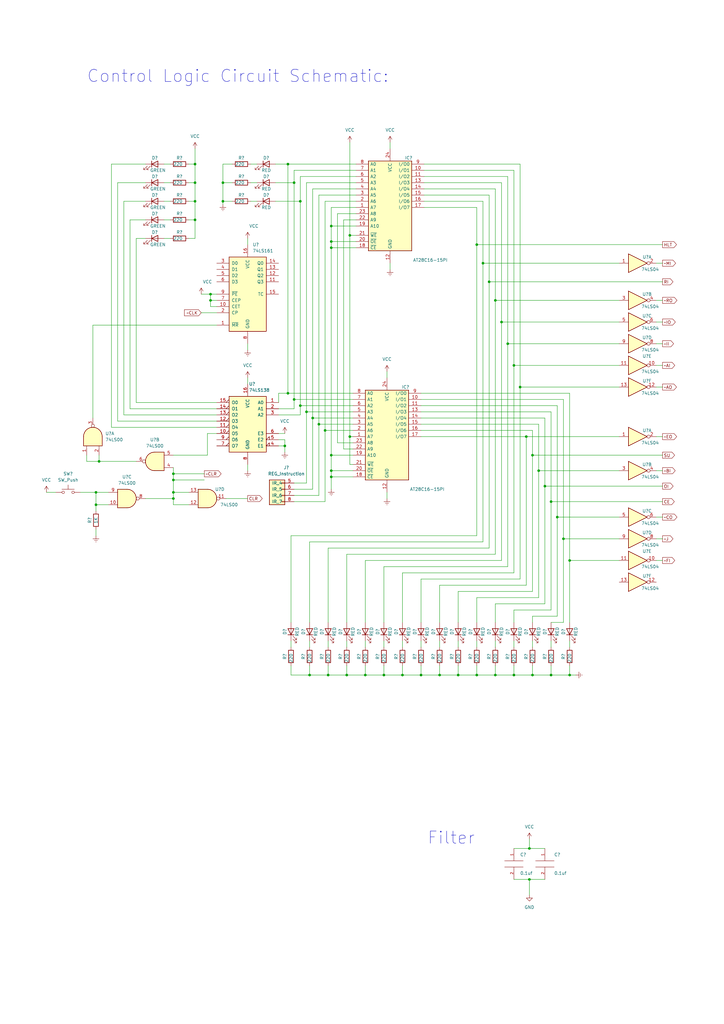
<source format=kicad_sch>
(kicad_sch (version 20211123) (generator eeschema)
  (paper "A3" portrait)
  (lib_symbols
    (symbol "74xx:74LS00" (pin_names (offset 1.016))
      (property "Reference" "U" (at 0 1.27 0))
      (property "Value" "74LS00" (at 0 -1.27 0))
      (symbol "74LS00_1_1"
        (pin input line (at -7.62 2.54 0) (length 3.81) (name "~") (number "1"))
        (pin input line (at -7.62 -2.54 0) (length 3.81) (name "~") (number "2"))
        (pin output inverted (at 7.62 0 180) (length 3.81) (name "~") (number "3"))
      )
      (symbol "74LS00_1_2"
        (pin input inverted (at -7.62 2.54 0) (length 4.318) (name "~") (number "1"))
        (pin input inverted (at -7.62 -2.54 0) (length 4.318) (name "~") (number "2"))
        (pin output line (at 7.62 0 180) (length 3.81) (name "~") (number "3"))
      )
      (symbol "74LS00_2_1"
        (pin input line (at -7.62 2.54 0) (length 3.81) (name "~") (number "4"))
        (pin input line (at -7.62 -2.54 0) (length 3.81) (name "~") (number "5"))
        (pin output inverted (at 7.62 0 180) (length 3.81) (name "~") (number "6"))
      )
      (symbol "74LS00_2_2"
        (pin input inverted (at -7.62 2.54 0) (length 4.318) (name "~") (number "4"))
        (pin input inverted (at -7.62 -2.54 0) (length 4.318) (name "~") (number "5"))
        (pin output line (at 7.62 0 180) (length 3.81) (name "~") (number "6"))
      )
      (symbol "74LS00_3_1"
        (pin input line (at -7.62 -2.54 0) (length 3.81) (name "~") (number "10"))
        (pin output inverted (at 7.62 0 180) (length 3.81) (name "~") (number "8"))
        (pin input line (at -7.62 2.54 0) (length 3.81) (name "~") (number "9"))
      )
      (symbol "74LS00_3_2"
        (pin input inverted (at -7.62 -2.54 0) (length 4.318) (name "~") (number "10"))
        (pin output line (at 7.62 0 180) (length 3.81) (name "~") (number "8"))
        (pin input inverted (at -7.62 2.54 0) (length 4.318) (name "~") (number "9"))
      )
      (symbol "74LS00_4_1"
        (pin output inverted (at 7.62 0 180) (length 3.81) (name "~") (number "11"))
        (pin input line (at -7.62 2.54 0) (length 3.81) (name "~") (number "12"))
        (pin input line (at -7.62 -2.54 0) (length 3.81) (name "~") (number "13"))
      )
      (symbol "74LS00_4_2"
        (pin output line (at 7.62 0 180) (length 3.81) (name "~") (number "11"))
        (pin input inverted (at -7.62 2.54 0) (length 4.318) (name "~") (number "12"))
        (pin input inverted (at -7.62 -2.54 0) (length 4.318) (name "~") (number "13"))
      )
      (symbol "74LS00_5_0"
        (pin power_in line (at 0 12.7 270) (length 5.08) (name "VCC") (number "14"))
        (pin power_in line (at 0 -12.7 90) (length 5.08) (name "GND") (number "7"))
      )
    )
    (symbol "74xx:74LS04"
      (property "Reference" "U" (at 0 1.27 0))
      (property "Value" "74LS04" (at 0 -1.27 0))
      (symbol "74LS04_1_0"
        (pin input line (at -7.62 0 0) (length 3.81) (name "~") (number "1"))
        (pin output inverted (at 7.62 0 180) (length 3.81) (name "~") (number "2"))
      )
      (symbol "74LS04_2_0"
        (pin input line (at -7.62 0 0) (length 3.81) (name "~") (number "3"))
        (pin output inverted (at 7.62 0 180) (length 3.81) (name "~") (number "4"))
      )
      (symbol "74LS04_3_0"
        (pin input line (at -7.62 0 0) (length 3.81) (name "~") (number "5"))
        (pin output inverted (at 7.62 0 180) (length 3.81) (name "~") (number "6"))
      )
      (symbol "74LS04_4_0"
        (pin output inverted (at 7.62 0 180) (length 3.81) (name "~") (number "8"))
        (pin input line (at -7.62 0 0) (length 3.81) (name "~") (number "9"))
      )
      (symbol "74LS04_5_0"
        (pin output inverted (at 7.62 0 180) (length 3.81) (name "~") (number "10"))
        (pin input line (at -7.62 0 0) (length 3.81) (name "~") (number "11"))
      )
      (symbol "74LS04_6_0"
        (pin output inverted (at 7.62 0 180) (length 3.81) (name "~") (number "12"))
        (pin input line (at -7.62 0 0) (length 3.81) (name "~") (number "13"))
      )
      (symbol "74LS04_7_0"
        (pin power_in line (at 0 12.7 270) (length 5.08) (name "VCC") (number "14"))
        (pin power_in line (at 0 -12.7 90) (length 5.08) (name "GND") (number "7"))
      )
    )
    (symbol "74xx:74LS138" (pin_names (offset 1.016))
      (property "Reference" "U" (at -7.62 11.43 0))
      (property "Value" "74LS138" (at -7.62 -13.97 0))
      (symbol "74LS138_1_0"
        (pin input line (at -12.7 7.62 0) (length 5.08) (name "A0") (number "1"))
        (pin output output_low (at 12.7 -5.08 180) (length 5.08) (name "O5") (number "10"))
        (pin output output_low (at 12.7 -2.54 180) (length 5.08) (name "O4") (number "11"))
        (pin output output_low (at 12.7 0 180) (length 5.08) (name "O3") (number "12"))
        (pin output output_low (at 12.7 2.54 180) (length 5.08) (name "O2") (number "13"))
        (pin output output_low (at 12.7 5.08 180) (length 5.08) (name "O1") (number "14"))
        (pin output output_low (at 12.7 7.62 180) (length 5.08) (name "O0") (number "15"))
        (pin power_in line (at 0 15.24 270) (length 5.08) (name "VCC") (number "16"))
        (pin input line (at -12.7 5.08 0) (length 5.08) (name "A1") (number "2"))
        (pin input line (at -12.7 2.54 0) (length 5.08) (name "A2") (number "3"))
        (pin input input_low (at -12.7 -10.16 0) (length 5.08) (name "E1") (number "4"))
        (pin input input_low (at -12.7 -7.62 0) (length 5.08) (name "E2") (number "5"))
        (pin input line (at -12.7 -5.08 0) (length 5.08) (name "E3") (number "6"))
        (pin output output_low (at 12.7 -10.16 180) (length 5.08) (name "O7") (number "7"))
        (pin power_in line (at 0 -17.78 90) (length 5.08) (name "GND") (number "8"))
        (pin output output_low (at 12.7 -7.62 180) (length 5.08) (name "O6") (number "9"))
      )
    )
    (symbol "74xx:74LS161" (pin_names (offset 1.016))
      (property "Reference" "U" (at -7.62 16.51 0))
      (property "Value" "74LS161" (at -7.62 -16.51 0))
      (symbol "74LS161_1_0"
        (pin input line (at -12.7 -12.7 0) (length 5.08) (name "~{MR}") (number "1"))
        (pin input line (at -12.7 -5.08 0) (length 5.08) (name "CET") (number "10"))
        (pin output line (at 12.7 5.08 180) (length 5.08) (name "Q3") (number "11"))
        (pin output line (at 12.7 7.62 180) (length 5.08) (name "Q2") (number "12"))
        (pin output line (at 12.7 10.16 180) (length 5.08) (name "Q1") (number "13"))
        (pin output line (at 12.7 12.7 180) (length 5.08) (name "Q0") (number "14"))
        (pin output line (at 12.7 0 180) (length 5.08) (name "TC") (number "15"))
        (pin power_in line (at 0 20.32 270) (length 5.08) (name "VCC") (number "16"))
        (pin input line (at -12.7 -7.62 0) (length 5.08) (name "CP") (number "2"))
        (pin input line (at -12.7 12.7 0) (length 5.08) (name "D0") (number "3"))
        (pin input line (at -12.7 10.16 0) (length 5.08) (name "D1") (number "4"))
        (pin input line (at -12.7 7.62 0) (length 5.08) (name "D2") (number "5"))
        (pin input line (at -12.7 5.08 0) (length 5.08) (name "D3") (number "6"))
        (pin input line (at -12.7 -2.54 0) (length 5.08) (name "CEP") (number "7"))
        (pin power_in line (at 0 -20.32 90) (length 5.08) (name "GND") (number "8"))
        (pin input line (at -12.7 0 0) (length 5.08) (name "~{PE}") (number "9"))
      )
    )
    (symbol "Device:LED" (pin_numbers hide) (pin_names (offset 1.016) hide)
      (property "Reference" "D" (at 0 2.54 0))
      (property "Value" "LED" (at 0 -2.54 0))
      (symbol "LED_1_1"
        (pin passive line (at -3.81 0 0) (length 2.54) (name "K") (number "1"))
        (pin passive line (at 3.81 0 180) (length 2.54) (name "A") (number "2"))
      )
    )
    (symbol "Device:R" (pin_numbers hide) (pin_names (offset 0))
      (property "Reference" "R" (at 2.032 0 90))
      (property "Value" "R" (at 0 0 90))
      (symbol "R_1_1"
        (pin passive line (at 0 3.81 270) (length 1.27) (name "~") (number "1"))
        (pin passive line (at 0 -3.81 90) (length 1.27) (name "~") (number "2"))
      )
    )
    (symbol "Register_A_Library:REG_A" (pin_names (offset 1.016))
      (property "Reference" "J?" (at -1.905 3.81 0))
      (property "Value" "REG_Instruction" (at -1.905 1.27 0))
      (symbol "REG_A_1_1"
        (pin passive line (at -5.08 -2.54 0) (length 3.81) (name "IR_4") (number "5"))
        (pin passive line (at -5.08 -5.08 0) (length 3.81) (name "IR_5") (number "6"))
        (pin passive line (at -5.08 -7.62 0) (length 3.81) (name "IR_6") (number "7"))
        (pin passive line (at -5.08 -10.16 0) (length 3.81) (name "IR_7") (number "8"))
      )
    )
    (symbol "SamacSys_Parts:AT28C16-15PI" (pin_names (offset 0.762))
      (property "Reference" "IC?" (at -1.27 3.81 0))
      (property "Value" "AT28C16-15PI" (at 7.62 -38.1 0))
      (symbol "AT28C16-15PI_0_0"
        (pin passive line (at -22.86 -16.51 0) (length 5.08) (name "A7") (number "1"))
        (pin passive line (at 5.08 -1.27 180) (length 5.08) (name "I/O1") (number "10"))
        (pin passive line (at 5.08 -3.81 180) (length 5.08) (name "I/O2") (number "11"))
        (pin passive line (at -8.89 -39.37 90) (length 5.08) (name "GND") (number "12"))
        (pin passive line (at 5.08 -6.35 180) (length 5.08) (name "I/O3") (number "13"))
        (pin passive line (at 5.08 -8.89 180) (length 5.08) (name "I/O4") (number "14"))
        (pin passive line (at 5.08 -11.43 180) (length 5.08) (name "I/O5") (number "15"))
        (pin passive line (at 5.08 -13.97 180) (length 5.08) (name "I/O6") (number "16"))
        (pin passive line (at 5.08 -16.51 180) (length 5.08) (name "I/O7") (number "17"))
        (pin passive line (at -22.86 -33.02 0) (length 5.08) (name "~{CE}") (number "18"))
        (pin passive line (at -22.86 -24.13 0) (length 5.08) (name "A10") (number "19"))
        (pin passive line (at -22.86 -13.97 0) (length 5.08) (name "A6") (number "2"))
        (pin passive line (at -22.86 -30.48 0) (length 5.08) (name "~{OE}") (number "20"))
        (pin passive line (at -22.86 -27.94 0) (length 5.08) (name "~{WE}") (number "21"))
        (pin passive line (at -22.86 -21.59 0) (length 5.08) (name "A9") (number "22"))
        (pin passive line (at -22.86 -19.05 0) (length 5.08) (name "A8") (number "23"))
        (pin passive line (at -8.89 7.62 270) (length 5.08) (name "VCC") (number "24"))
        (pin passive line (at -22.86 -11.43 0) (length 5.08) (name "A5") (number "3"))
        (pin passive line (at -22.86 -8.89 0) (length 5.08) (name "A4") (number "4"))
        (pin passive line (at -22.86 -6.35 0) (length 5.08) (name "A3") (number "5"))
        (pin passive line (at -22.86 -3.81 0) (length 5.08) (name "A2") (number "6"))
        (pin passive line (at -22.86 -1.27 0) (length 5.08) (name "A1") (number "7"))
        (pin passive line (at -22.86 1.27 0) (length 5.08) (name "A0") (number "8"))
        (pin passive line (at 5.08 1.27 180) (length 5.08) (name "I/O0") (number "9"))
      )
    )
    (symbol "Switch:SW_Push" (pin_numbers hide) (pin_names (offset 1.016) hide)
      (property "Reference" "SW" (at 1.27 2.54 0))
      (property "Value" "SW_Push" (at 0 -1.524 0))
      (symbol "SW_Push_0_1"
        (pin passive line (at -5.08 0 0) (length 2.54) (name "1") (number "1"))
        (pin passive line (at 5.08 0 180) (length 2.54) (name "2") (number "2"))
      )
    )
    (symbol "power:Earth" (power) (pin_names (offset 0))
      (symbol "Earth_1_1"
        (pin power_in line (at 0 0 270) (length 0) hide (name "Earth") (number "1"))
      )
    )
    (symbol "power:GND" (power) (pin_names (offset 0))
      (property "Value" "GND" (at 0 -3.81 0))
      (symbol "GND_1_1"
        (pin power_in line (at 0 0 270) (length 0) hide (name "GND") (number "1"))
      )
    )
    (symbol "power:VCC" (power) (pin_names (offset 0))
      (property "Value" "VCC" (at 0 3.81 0))
      (symbol "VCC_1_1"
        (pin power_in line (at 0 0 90) (length 0) hide (name "VCC") (number "1"))
      )
    )
    (symbol "pspice:CAP" (pin_names (offset 0.254))
      (property "Reference" "C" (at 2.54 3.81 90))
      (property "Value" "CAP" (at 2.54 -3.81 90))
      (symbol "CAP_1_1"
        (pin passive line (at 0 6.35 270) (length 5.08) (name "~") (number "1"))
        (pin passive line (at 0 -6.35 90) (length 5.08) (name "~") (number "2"))
      )
    )
  )
  (junction (at 71.12 194.31))
  (junction (at 71.12 196.85))
  (junction (at 133.35 176.53))
  (junction (at 231.14 220.98))
  (junction (at 218.44 186.69))
  (junction (at 165.1 276.86))
  (junction (at 135.89 186.69))
  (junction (at 203.2 276.86))
  (junction (at 118.11 161.29))
  (junction (at 135.89 193.04))
  (junction (at 220.98 193.04))
  (junction (at 149.86 276.86))
  (junction (at 217.17 347.98))
  (junction (at 198.12 107.95))
  (junction (at 135.89 99.06))
  (junction (at 123.19 82.55))
  (junction (at 128.27 171.45))
  (junction (at 86.36 123.19))
  (junction (at 226.06 276.86))
  (junction (at 223.52 199.39))
  (junction (at 120.65 74.93))
  (junction (at 210.82 276.86))
  (junction (at 210.82 149.86))
  (junction (at 195.58 276.86))
  (junction (at 120.65 163.83))
  (junction (at 195.58 100.33))
  (junction (at 135.89 92.71))
  (junction (at 116.84 182.88))
  (junction (at 127 276.86))
  (junction (at 134.62 276.86))
  (junction (at 135.89 101.6))
  (junction (at 228.6 212.09))
  (junction (at 180.34 276.86))
  (junction (at 39.37 201.93))
  (junction (at 123.19 166.37))
  (junction (at 80.01 90.17))
  (junction (at 200.66 115.57))
  (junction (at 217.17 360.68))
  (junction (at 80.01 82.55))
  (junction (at 40.64 189.23))
  (junction (at 39.37 207.01))
  (junction (at 125.73 168.91))
  (junction (at 143.51 96.52))
  (junction (at 135.89 195.58))
  (junction (at 203.2 123.19))
  (junction (at 80.01 74.93))
  (junction (at 215.9 179.07))
  (junction (at 118.11 67.31))
  (junction (at 218.44 276.86))
  (junction (at 80.01 67.31))
  (junction (at 91.44 74.93))
  (junction (at 91.44 82.55))
  (junction (at 142.24 276.86))
  (junction (at 205.74 132.08))
  (junction (at 71.12 204.47))
  (junction (at 143.51 179.07))
  (junction (at 213.36 158.75))
  (junction (at 157.48 276.86))
  (junction (at 226.06 205.74))
  (junction (at 130.81 173.99))
  (junction (at 208.28 140.97))
  (junction (at 233.68 276.86))
  (junction (at 172.72 276.86))
  (junction (at 233.68 229.87))
  (junction (at 86.36 120.65))
  (junction (at 187.96 276.86))
  (junction (at 71.12 201.93))
  (wire (pts (xy 91.44 67.31) (xy 91.44 74.93)))
  (wire (pts (xy 149.86 265.43) (xy 149.86 262.89)))
  (wire (pts (xy 160.02 110.49) (xy 160.02 107.95)))
  (wire (pts (xy 71.12 201.93) (xy 77.47 201.93)))
  (wire (pts (xy 203.2 227.33) (xy 142.24 227.33)))
  (wire (pts (xy 226.06 276.86) (xy 233.68 276.86)))
  (wire (pts (xy 133.35 176.53) (xy 144.78 176.53)))
  (wire (pts (xy 80.01 60.96) (xy 80.01 67.31)))
  (wire (pts (xy 208.28 140.97) (xy 208.28 232.41)))
  (wire (pts (xy 80.01 82.55) (xy 80.01 74.93)))
  (wire (pts (xy 140.97 184.15) (xy 140.97 90.17)))
  (wire (pts (xy 118.11 67.31) (xy 146.05 67.31)))
  (wire (pts (xy 180.34 265.43) (xy 180.34 262.89)))
  (wire (pts (xy 271.78 132.08) (xy 269.24 132.08)))
  (wire (pts (xy 140.97 90.17) (xy 146.05 90.17)))
  (wire (pts (xy 120.65 198.12) (xy 125.73 198.12)))
  (wire (pts (xy 157.48 265.43) (xy 157.48 262.89)))
  (wire (pts (xy 218.44 242.57) (xy 187.96 242.57)))
  (wire (pts (xy 165.1 273.05) (xy 165.1 276.86)))
  (wire (pts (xy 233.68 161.29) (xy 233.68 229.87)))
  (wire (pts (xy 271.78 123.19) (xy 269.24 123.19)))
  (wire (pts (xy 172.72 276.86) (xy 180.34 276.86)))
  (wire (pts (xy 195.58 219.71) (xy 119.38 219.71)))
  (wire (pts (xy 120.65 205.74) (xy 133.35 205.74)))
  (wire (pts (xy 144.78 173.99) (xy 130.81 173.99)))
  (wire (pts (xy 165.1 234.95) (xy 165.1 255.27)))
  (wire (pts (xy 208.28 72.39) (xy 208.28 140.97)))
  (wire (pts (xy 69.85 82.55) (xy 67.31 82.55)))
  (wire (pts (xy 92.71 204.47) (xy 101.6 204.47)))
  (wire (pts (xy 69.85 90.17) (xy 67.31 90.17)))
  (wire (pts (xy 135.89 101.6) (xy 135.89 186.69)))
  (wire (pts (xy 45.72 175.26) (xy 88.9 175.26)))
  (wire (pts (xy 217.17 360.68) (xy 223.52 360.68)))
  (wire (pts (xy 195.58 245.11) (xy 195.58 255.27)))
  (wire (pts (xy 165.1 276.86) (xy 172.72 276.86)))
  (wire (pts (xy 231.14 255.27) (xy 226.06 255.27)))
  (wire (pts (xy 38.1 133.35) (xy 38.1 171.45)))
  (wire (pts (xy 172.72 273.05) (xy 172.72 276.86)))
  (wire (pts (xy 158.75 152.4) (xy 158.75 154.94)))
  (wire (pts (xy 146.05 101.6) (xy 135.89 101.6)))
  (wire (pts (xy 130.81 203.2) (xy 130.81 173.99)))
  (wire (pts (xy 77.47 82.55) (xy 80.01 82.55)))
  (wire (pts (xy 271.78 220.98) (xy 269.24 220.98)))
  (wire (pts (xy 123.19 72.39) (xy 123.19 82.55)))
  (wire (pts (xy 120.65 74.93) (xy 120.65 163.83)))
  (wire (pts (xy 220.98 245.11) (xy 195.58 245.11)))
  (wire (pts (xy 71.12 201.93) (xy 71.12 204.47)))
  (wire (pts (xy 226.06 250.19) (xy 210.82 250.19)))
  (wire (pts (xy 125.73 168.91) (xy 125.73 74.93)))
  (wire (pts (xy 130.81 80.01) (xy 146.05 80.01)))
  (wire (pts (xy 187.96 265.43) (xy 187.96 262.89)))
  (wire (pts (xy 180.34 240.03) (xy 180.34 255.27)))
  (wire (pts (xy 55.88 165.1) (xy 88.9 165.1)))
  (wire (pts (xy 271.78 179.07) (xy 269.24 179.07)))
  (wire (pts (xy 40.64 189.23) (xy 55.88 189.23)))
  (wire (pts (xy 187.96 276.86) (xy 195.58 276.86)))
  (wire (pts (xy 135.89 85.09) (xy 146.05 85.09)))
  (wire (pts (xy 114.3 165.1) (xy 114.3 161.29)))
  (wire (pts (xy 217.17 344.17) (xy 217.17 347.98)))
  (wire (pts (xy 85.09 186.69) (xy 71.12 186.69)))
  (wire (pts (xy 86.36 120.65) (xy 88.9 120.65)))
  (wire (pts (xy 135.89 92.71) (xy 135.89 99.06)))
  (wire (pts (xy 142.24 273.05) (xy 142.24 276.86)))
  (wire (pts (xy 142.24 276.86) (xy 149.86 276.86)))
  (wire (pts (xy 120.65 69.85) (xy 146.05 69.85)))
  (wire (pts (xy 271.78 229.87) (xy 269.24 229.87)))
  (wire (pts (xy 48.26 172.72) (xy 88.9 172.72)))
  (wire (pts (xy 218.44 265.43) (xy 218.44 262.89)))
  (wire (pts (xy 172.72 265.43) (xy 172.72 262.89)))
  (wire (pts (xy 195.58 100.33) (xy 271.78 100.33)))
  (wire (pts (xy 50.8 170.18) (xy 50.8 82.55)))
  (wire (pts (xy 59.69 74.93) (xy 48.26 74.93)))
  (wire (pts (xy 254 123.19) (xy 203.2 123.19)))
  (wire (pts (xy 203.2 273.05) (xy 203.2 276.86)))
  (wire (pts (xy 80.01 74.93) (xy 77.47 74.93)))
  (wire (pts (xy 125.73 198.12) (xy 125.73 168.91)))
  (wire (pts (xy 48.26 74.93) (xy 48.26 172.72)))
  (wire (pts (xy 205.74 132.08) (xy 205.74 229.87)))
  (wire (pts (xy 172.72 237.49) (xy 172.72 255.27)))
  (wire (pts (xy 205.74 74.93) (xy 205.74 132.08)))
  (wire (pts (xy 114.3 177.8) (xy 116.84 177.8)))
  (wire (pts (xy 254 158.75) (xy 213.36 158.75)))
  (wire (pts (xy 55.88 97.79) (xy 55.88 165.1)))
  (wire (pts (xy 210.82 69.85) (xy 210.82 149.86)))
  (wire (pts (xy 118.11 67.31) (xy 118.11 161.29)))
  (wire (pts (xy 69.85 97.79) (xy 67.31 97.79)))
  (wire (pts (xy 144.78 161.29) (xy 118.11 161.29)))
  (wire (pts (xy 135.89 99.06) (xy 146.05 99.06)))
  (wire (pts (xy 187.96 273.05) (xy 187.96 276.86)))
  (wire (pts (xy 213.36 158.75) (xy 213.36 237.49)))
  (wire (pts (xy 101.6 97.79) (xy 101.6 100.33)))
  (wire (pts (xy 128.27 200.66) (xy 128.27 171.45)))
  (wire (pts (xy 53.34 167.64) (xy 88.9 167.64)))
  (wire (pts (xy 127 276.86) (xy 134.62 276.86)))
  (wire (pts (xy 220.98 173.99) (xy 220.98 193.04)))
  (wire (pts (xy 146.05 96.52) (xy 143.51 96.52)))
  (wire (pts (xy 59.69 90.17) (xy 53.34 90.17)))
  (wire (pts (xy 223.52 171.45) (xy 223.52 199.39)))
  (wire (pts (xy 50.8 82.55) (xy 59.69 82.55)))
  (wire (pts (xy 77.47 97.79) (xy 80.01 97.79)))
  (wire (pts (xy 198.12 82.55) (xy 198.12 107.95)))
  (wire (pts (xy 130.81 173.99) (xy 130.81 80.01)))
  (wire (pts (xy 173.99 67.31) (xy 213.36 67.31)))
  (wire (pts (xy 208.28 232.41) (xy 157.48 232.41)))
  (wire (pts (xy 165.1 265.43) (xy 165.1 262.89)))
  (wire (pts (xy 198.12 222.25) (xy 127 222.25)))
  (wire (pts (xy 135.89 99.06) (xy 135.89 101.6)))
  (wire (pts (xy 123.19 82.55) (xy 123.19 166.37)))
  (wire (pts (xy 271.78 140.97) (xy 269.24 140.97)))
  (wire (pts (xy 59.69 204.47) (xy 71.12 204.47)))
  (wire (pts (xy 45.72 67.31) (xy 45.72 175.26)))
  (wire (pts (xy 172.72 166.37) (xy 228.6 166.37)))
  (wire (pts (xy 210.82 250.19) (xy 210.82 255.27)))
  (wire (pts (xy 218.44 176.53) (xy 218.44 186.69)))
  (wire (pts (xy 39.37 219.71) (xy 39.37 217.17)))
  (wire (pts (xy 200.66 224.79) (xy 134.62 224.79)))
  (wire (pts (xy 142.24 227.33) (xy 142.24 255.27)))
  (wire (pts (xy 33.02 201.93) (xy 39.37 201.93)))
  (wire (pts (xy 135.89 85.09) (xy 135.89 92.71)))
  (wire (pts (xy 195.58 265.43) (xy 195.58 262.89)))
  (wire (pts (xy 144.78 184.15) (xy 140.97 184.15)))
  (wire (pts (xy 149.86 229.87) (xy 149.86 255.27)))
  (wire (pts (xy 119.38 276.86) (xy 127 276.86)))
  (wire (pts (xy 82.55 128.27) (xy 88.9 128.27)))
  (wire (pts (xy 71.12 196.85) (xy 71.12 201.93)))
  (wire (pts (xy 143.51 96.52) (xy 143.51 179.07)))
  (wire (pts (xy 144.78 168.91) (xy 125.73 168.91)))
  (wire (pts (xy 113.03 82.55) (xy 123.19 82.55)))
  (wire (pts (xy 135.89 186.69) (xy 144.78 186.69)))
  (wire (pts (xy 95.25 67.31) (xy 91.44 67.31)))
  (wire (pts (xy 102.87 74.93) (xy 105.41 74.93)))
  (wire (pts (xy 114.3 170.18) (xy 123.19 170.18)))
  (wire (pts (xy 82.55 120.65) (xy 86.36 120.65)))
  (wire (pts (xy 101.6 193.04) (xy 101.6 190.5)))
  (wire (pts (xy 172.72 176.53) (xy 218.44 176.53)))
  (wire (pts (xy 220.98 193.04) (xy 220.98 245.11)))
  (wire (pts (xy 114.3 167.64) (xy 120.65 167.64)))
  (wire (pts (xy 157.48 276.86) (xy 165.1 276.86)))
  (wire (pts (xy 213.36 67.31) (xy 213.36 158.75)))
  (wire (pts (xy 228.6 252.73) (xy 218.44 252.73)))
  (wire (pts (xy 203.2 247.65) (xy 203.2 255.27)))
  (wire (pts (xy 173.99 69.85) (xy 210.82 69.85)))
  (wire (pts (xy 113.03 74.93) (xy 120.65 74.93)))
  (wire (pts (xy 39.37 201.93) (xy 44.45 201.93)))
  (wire (pts (xy 80.01 67.31) (xy 77.47 67.31)))
  (wire (pts (xy 172.72 173.99) (xy 220.98 173.99)))
  (wire (pts (xy 144.78 166.37) (xy 123.19 166.37)))
  (wire (pts (xy 254 140.97) (xy 208.28 140.97)))
  (wire (pts (xy 127 222.25) (xy 127 255.27)))
  (wire (pts (xy 210.82 360.68) (xy 217.17 360.68)))
  (wire (pts (xy 195.58 85.09) (xy 195.58 100.33)))
  (wire (pts (xy 143.51 179.07) (xy 144.78 179.07)))
  (wire (pts (xy 71.12 194.31) (xy 71.12 196.85)))
  (wire (pts (xy 53.34 90.17) (xy 53.34 167.64)))
  (wire (pts (xy 85.09 177.8) (xy 85.09 186.69)))
  (wire (pts (xy 116.84 185.42) (xy 116.84 182.88)))
  (wire (pts (xy 233.68 273.05) (xy 233.68 276.86)))
  (wire (pts (xy 134.62 273.05) (xy 134.62 276.86)))
  (wire (pts (xy 271.78 186.69) (xy 218.44 186.69)))
  (wire (pts (xy 120.65 167.64) (xy 120.65 163.83)))
  (wire (pts (xy 142.24 265.43) (xy 142.24 262.89)))
  (wire (pts (xy 88.9 177.8) (xy 85.09 177.8)))
  (wire (pts (xy 157.48 232.41) (xy 157.48 255.27)))
  (wire (pts (xy 231.14 163.83) (xy 231.14 220.98)))
  (wire (pts (xy 86.36 125.73) (xy 86.36 123.19)))
  (wire (pts (xy 135.89 200.66) (xy 135.89 195.58)))
  (wire (pts (xy 173.99 80.01) (xy 200.66 80.01)))
  (wire (pts (xy 228.6 166.37) (xy 228.6 212.09)))
  (wire (pts (xy 135.89 186.69) (xy 135.89 193.04)))
  (wire (pts (xy 173.99 72.39) (xy 208.28 72.39)))
  (wire (pts (xy 86.36 120.65) (xy 86.36 123.19)))
  (wire (pts (xy 146.05 77.47) (xy 128.27 77.47)))
  (wire (pts (xy 35.56 189.23) (xy 40.64 189.23)))
  (wire (pts (xy 114.3 161.29) (xy 118.11 161.29)))
  (wire (pts (xy 205.74 132.08) (xy 254 132.08)))
  (wire (pts (xy 39.37 207.01) (xy 39.37 201.93)))
  (wire (pts (xy 160.02 58.42) (xy 160.02 60.96)))
  (wire (pts (xy 218.44 186.69) (xy 218.44 242.57)))
  (wire (pts (xy 149.86 273.05) (xy 149.86 276.86)))
  (wire (pts (xy 88.9 125.73) (xy 86.36 125.73)))
  (wire (pts (xy 91.44 82.55) (xy 91.44 83.82)))
  (wire (pts (xy 102.87 82.55) (xy 105.41 82.55)))
  (wire (pts (xy 271.78 107.95) (xy 269.24 107.95)))
  (wire (pts (xy 215.9 179.07) (xy 254 179.07)))
  (wire (pts (xy 144.78 195.58) (xy 135.89 195.58)))
  (wire (pts (xy 217.17 360.68) (xy 217.17 367.03)))
  (wire (pts (xy 101.6 143.51) (xy 101.6 140.97)))
  (wire (pts (xy 69.85 67.31) (xy 67.31 67.31)))
  (wire (pts (xy 172.72 179.07) (xy 215.9 179.07)))
  (wire (pts (xy 88.9 170.18) (xy 50.8 170.18)))
  (wire (pts (xy 210.82 234.95) (xy 165.1 234.95)))
  (wire (pts (xy 254 229.87) (xy 233.68 229.87)))
  (wire (pts (xy 80.01 90.17) (xy 80.01 82.55)))
  (wire (pts (xy 271.78 158.75) (xy 269.24 158.75)))
  (wire (pts (xy 59.69 67.31) (xy 45.72 67.31)))
  (wire (pts (xy 254 193.04) (xy 220.98 193.04)))
  (wire (pts (xy 187.96 242.57) (xy 187.96 255.27)))
  (wire (pts (xy 40.64 186.69) (xy 40.64 189.23)))
  (wire (pts (xy 88.9 133.35) (xy 38.1 133.35)))
  (wire (pts (xy 119.38 219.71) (xy 119.38 255.27)))
  (wire (pts (xy 173.99 85.09) (xy 195.58 85.09)))
  (wire (pts (xy 223.52 199.39) (xy 223.52 247.65)))
  (wire (pts (xy 116.84 180.34) (xy 116.84 182.88)))
  (wire (pts (xy 233.68 276.86) (xy 236.22 276.86)))
  (wire (pts (xy 138.43 87.63) (xy 146.05 87.63)))
  (wire (pts (xy 144.78 181.61) (xy 138.43 181.61)))
  (wire (pts (xy 69.85 74.93) (xy 67.31 74.93)))
  (wire (pts (xy 135.89 193.04) (xy 144.78 193.04)))
  (wire (pts (xy 119.38 273.05) (xy 119.38 276.86)))
  (wire (pts (xy 195.58 100.33) (xy 195.58 219.71)))
  (wire (pts (xy 95.25 74.93) (xy 91.44 74.93)))
  (wire (pts (xy 138.43 181.61) (xy 138.43 87.63)))
  (wire (pts (xy 173.99 74.93) (xy 205.74 74.93)))
  (wire (pts (xy 226.06 273.05) (xy 226.06 276.86)))
  (wire (pts (xy 125.73 74.93) (xy 146.05 74.93)))
  (wire (pts (xy 143.51 179.07) (xy 143.51 190.5)))
  (wire (pts (xy 102.87 67.31) (xy 105.41 67.31)))
  (wire (pts (xy 172.72 161.29) (xy 233.68 161.29)))
  (wire (pts (xy 71.12 204.47) (xy 71.12 207.01)))
  (wire (pts (xy 44.45 207.01) (xy 39.37 207.01)))
  (wire (pts (xy 271.78 205.74) (xy 226.06 205.74)))
  (wire (pts (xy 172.72 171.45) (xy 223.52 171.45)))
  (wire (pts (xy 91.44 74.93) (xy 91.44 82.55)))
  (wire (pts (xy 180.34 273.05) (xy 180.34 276.86)))
  (wire (pts (xy 210.82 149.86) (xy 254 149.86)))
  (wire (pts (xy 127 273.05) (xy 127 276.86)))
  (wire (pts (xy 128.27 77.47) (xy 128.27 171.45)))
  (wire (pts (xy 123.19 72.39) (xy 146.05 72.39)))
  (wire (pts (xy 200.66 115.57) (xy 200.66 224.79)))
  (wire (pts (xy 158.75 204.47) (xy 158.75 201.93)))
  (wire (pts (xy 80.01 97.79) (xy 80.01 90.17)))
  (wire (pts (xy 123.19 170.18) (xy 123.19 166.37)))
  (wire (pts (xy 218.44 276.86) (xy 226.06 276.86)))
  (wire (pts (xy 134.62 265.43) (xy 134.62 262.89)))
  (wire (pts (xy 119.38 265.43) (xy 119.38 262.89)))
  (wire (pts (xy 195.58 276.86) (xy 203.2 276.86)))
  (wire (pts (xy 271.78 212.09) (xy 269.24 212.09)))
  (wire (pts (xy 226.06 265.43) (xy 226.06 262.89)))
  (wire (pts (xy 198.12 107.95) (xy 198.12 222.25)))
  (wire (pts (xy 223.52 347.98) (xy 217.17 347.98)))
  (wire (pts (xy 39.37 207.01) (xy 39.37 209.55)))
  (wire (pts (xy 133.35 82.55) (xy 133.35 176.53)))
  (wire (pts (xy 35.56 186.69) (xy 35.56 189.23)))
  (wire (pts (xy 157.48 273.05) (xy 157.48 276.86)))
  (wire (pts (xy 128.27 171.45) (xy 144.78 171.45)))
  (wire (pts (xy 144.78 190.5) (xy 143.51 190.5)))
  (wire (pts (xy 271.78 149.86) (xy 269.24 149.86)))
  (wire (pts (xy 101.6 154.94) (xy 101.6 157.48)))
  (wire (pts (xy 133.35 205.74) (xy 133.35 176.53)))
  (wire (pts (xy 210.82 276.86) (xy 218.44 276.86)))
  (wire (pts (xy 146.05 92.71) (xy 135.89 92.71)))
  (wire (pts (xy 226.06 168.91) (xy 226.06 205.74)))
  (wire (pts (xy 134.62 276.86) (xy 142.24 276.86)))
  (wire (pts (xy 120.65 200.66) (xy 128.27 200.66)))
  (wire (pts (xy 254 212.09) (xy 228.6 212.09)))
  (wire (pts (xy 218.44 252.73) (xy 218.44 255.27)))
  (wire (pts (xy 203.2 123.19) (xy 203.2 227.33)))
  (wire (pts (xy 231.14 220.98) (xy 231.14 255.27)))
  (wire (pts (xy 120.65 69.85) (xy 120.65 74.93)))
  (wire (pts (xy 205.74 229.87) (xy 149.86 229.87)))
  (wire (pts (xy 88.9 123.19) (xy 86.36 123.19)))
  (wire (pts (xy 210.82 273.05) (xy 210.82 276.86)))
  (wire (pts (xy 203.2 265.43) (xy 203.2 262.89)))
  (wire (pts (xy 254 107.95) (xy 198.12 107.95)))
  (wire (pts (xy 116.84 182.88) (xy 114.3 182.88)))
  (wire (pts (xy 149.86 276.86) (xy 157.48 276.86)))
  (wire (pts (xy 71.12 194.31) (xy 83.82 194.31)))
  (wire (pts (xy 254 220.98) (xy 231.14 220.98)))
  (wire (pts (xy 127 265.43) (xy 127 262.89)))
  (wire (pts (xy 217.17 347.98) (xy 210.82 347.98)))
  (wire (pts (xy 218.44 273.05) (xy 218.44 276.86)))
  (wire (pts (xy 172.72 163.83) (xy 231.14 163.83)))
  (wire (pts (xy 146.05 82.55) (xy 133.35 82.55)))
  (wire (pts (xy 77.47 90.17) (xy 80.01 90.17)))
  (wire (pts (xy 233.68 229.87) (xy 233.68 255.27)))
  (wire (pts (xy 114.3 180.34) (xy 116.84 180.34)))
  (wire (pts (xy 120.65 203.2) (xy 130.81 203.2)))
  (wire (pts (xy 195.58 273.05) (xy 195.58 276.86)))
  (wire (pts (xy 203.2 276.86) (xy 210.82 276.86)))
  (wire (pts (xy 215.9 240.03) (xy 180.34 240.03)))
  (wire (pts (xy 134.62 224.79) (xy 134.62 255.27)))
  (wire (pts (xy 80.01 67.31) (xy 80.01 74.93)))
  (wire (pts (xy 213.36 237.49) (xy 172.72 237.49)))
  (wire (pts (xy 180.34 276.86) (xy 187.96 276.86)))
  (wire (pts (xy 173.99 77.47) (xy 203.2 77.47)))
  (wire (pts (xy 173.99 82.55) (xy 198.12 82.55)))
  (wire (pts (xy 71.12 196.85) (xy 83.82 196.85)))
  (wire (pts (xy 71.12 191.77) (xy 71.12 194.31)))
  (wire (pts (xy 210.82 265.43) (xy 210.82 262.89)))
  (wire (pts (xy 200.66 80.01) (xy 200.66 115.57)))
  (wire (pts (xy 135.89 195.58) (xy 135.89 193.04)))
  (wire (pts (xy 215.9 179.07) (xy 215.9 240.03)))
  (wire (pts (xy 223.52 247.65) (xy 203.2 247.65)))
  (wire (pts (xy 210.82 149.86) (xy 210.82 234.95)))
  (wire (pts (xy 271.78 193.04) (xy 269.24 193.04)))
  (wire (pts (xy 59.69 97.79) (xy 55.88 97.79)))
  (wire (pts (xy 233.68 265.43) (xy 233.68 262.89)))
  (wire (pts (xy 95.25 82.55) (xy 91.44 82.55)))
  (wire (pts (xy 172.72 168.91) (xy 226.06 168.91)))
  (wire (pts (xy 200.66 115.57) (xy 271.78 115.57)))
  (wire (pts (xy 271.78 199.39) (xy 223.52 199.39)))
  (wire (pts (xy 113.03 67.31) (xy 118.11 67.31)))
  (wire (pts (xy 226.06 205.74) (xy 226.06 250.19)))
  (wire (pts (xy 144.78 163.83) (xy 120.65 163.83)))
  (wire (pts (xy 203.2 77.47) (xy 203.2 123.19)))
  (wire (pts (xy 228.6 212.09) (xy 228.6 252.73)))
  (wire (pts (xy 71.12 207.01) (xy 77.47 207.01)))
  (wire (pts (xy 143.51 58.42) (xy 143.51 96.52)))
  (wire (pts (xy 19.05 201.93) (xy 22.86 201.93)))
  (text "Control Logic Circuit Schematic:" (at 35.56 34.29 0) (effects (font (size 5 5)) (justify left bottom)))
  (text "Filter" (at 175.26 346.71 0) (effects (font (size 5 5)) (justify left bottom)))
  (global_label "~CO" (shape output) (at 271.78 212.09 0) (property "Intersheet References" "${INTERSHEET_REFS}" (effects hide)))
  (global_label "~AI" (shape output) (at 271.78 149.86 0) (property "Intersheet References" "${INTERSHEET_REFS}" (effects hide)))
  (global_label "~AO" (shape output) (at 271.78 158.75 0) (property "Intersheet References" "${INTERSHEET_REFS}" (effects hide)))
  (global_label "~EO" (shape output) (at 271.78 179.07 0) (property "Intersheet References" "${INTERSHEET_REFS}" (effects hide)))
  (global_label "CE" (shape output) (at 271.78 205.74 0) (property "Intersheet References" "${INTERSHEET_REFS}" (effects hide)))
  (global_label "OI" (shape output) (at 271.78 199.39 0) (property "Intersheet References" "${INTERSHEET_REFS}" (effects hide)))
  (global_label "HLT" (shape output) (at 271.78 100.33 0) (property "Intersheet References" "${INTERSHEET_REFS}" (effects hide)))
  (global_label "~II" (shape output) (at 271.78 140.97 0) (property "Intersheet References" "${INTERSHEET_REFS}" (effects hide)))
  (global_label "SU" (shape output) (at 271.78 186.69 0) (property "Intersheet References" "${INTERSHEET_REFS}" (effects hide)))
  (global_label "~RO" (shape output) (at 271.78 123.19 0) (property "Intersheet References" "${INTERSHEET_REFS}" (effects hide)))
  (global_label "RI" (shape output) (at 271.78 115.57 0) (property "Intersheet References" "${INTERSHEET_REFS}" (effects hide)))
  (global_label "~CLR" (shape output) (at 83.82 194.31 0) (property "Intersheet References" "${INTERSHEET_REFS}" (effects hide)))
  (global_label "~IO" (shape output) (at 271.78 132.08 0) (property "Intersheet References" "${INTERSHEET_REFS}" (effects hide)))
  (global_label "~CLK" (shape input) (at 82.55 128.27 180) (property "Intersheet References" "${INTERSHEET_REFS}" (effects hide)))
  (global_label "~FI" (shape output) (at 271.78 229.87 0) (property "Intersheet References" "${INTERSHEET_REFS}" (effects hide)))
  (global_label "~BI" (shape output) (at 271.78 193.04 0) (property "Intersheet References" "${INTERSHEET_REFS}" (effects hide)))
  (global_label "CLR" (shape output) (at 101.6 204.47 0) (property "Intersheet References" "${INTERSHEET_REFS}" (effects hide)))
  (global_label "~MI" (shape output) (at 271.78 107.95 0) (property "Intersheet References" "${INTERSHEET_REFS}" (effects hide)))
  (global_label "~J" (shape output) (at 271.78 220.98 0) (property "Intersheet References" "${INTERSHEET_REFS}" (effects hide)))
  (symbol (lib_id "Device:R") (at 195.58 269.24 180) (unit 1)
    (property "Reference" "R?" (at 193.04 267.97 90) (effects (justify left)))
    (property "Value" "220" (at 195.58 267.97 90) (effects (justify left)))
    (property "Footprint" "Resistor_THT:R_Axial_DIN0204_L3.6mm_D1.6mm_P5.08mm_Horizontal" (effects hide))
  )
  (symbol (lib_id "Device:LED") (at 63.5 67.31 0) (unit 1)
    (property "Reference" "D?" (at 63.5 64.77 0))
    (property "Value" "GREEN" (at 64.77 69.85 0))
  )
  (symbol (lib_id "Device:R") (at 142.24 269.24 180) (unit 1)
    (property "Reference" "R?" (at 139.7 267.97 90) (effects (justify left)))
    (property "Value" "220" (at 142.24 267.97 90) (effects (justify left)))
    (property "Footprint" "Resistor_THT:R_Axial_DIN0204_L3.6mm_D1.6mm_P5.08mm_Horizontal" (effects hide))
  )
  (symbol (lib_id "Device:R") (at 73.66 82.55 90) (unit 1)
    (property "Reference" "R?" (at 74.93 80.01 90) (effects (justify left)))
    (property "Value" "220" (at 74.93 82.55 90) (effects (justify left)))
    (property "Footprint" "Resistor_THT:R_Axial_DIN0204_L3.6mm_D1.6mm_P5.08mm_Horizontal" (effects hide))
  )
  (symbol (lib_id "74xx:74LS04") (at 261.62 107.95 0) (unit 1)
    (property "Reference" "U?" (at 265.43 105.41 0))
    (property "Value" "74LS04" (at 266.7 110.49 0))
    (property "Datasheet" "http://www.ti.com/lit/gpn/sn74LS04" (effects hide))
  )
  (symbol (lib_id "power:VCC") (at 160.02 58.42 0) (unit 1)
    (property "Reference" "#PWR?" (effects hide))
    (property "Value" "VCC" (at 160.02 53.34 0))
  )
  (symbol (lib_id "SamacSys_Parts:AT28C16-15PI") (at 167.64 162.56 0) (unit 1)
    (property "Reference" "IC?" (at 166.37 158.75 0))
    (property "Value" "AT28C16-15PI" (at 175.26 200.66 0))
    (property "Footprint" "DIP1550W56P254L3190H559Q24N" (effects hide))
    (property "Datasheet" "http://www.atmel.com/Images/doc0540.pdf" (effects hide))
    (property "Description" "IC EEPROM 16KBIT PARALLEL 24DIP" (effects hide))
    (property "Height" "5.59" (effects hide))
    (property "Manufacturer_Name" "Microchip" (effects hide))
    (property "Manufacturer_Part_Number" "AT28C16-15PI" (effects hide))
    (property "Mouser Part Number" "556-AT28C16-15PI" (effects hide))
    (property "Mouser Price/Stock" "https://www.mouser.co.uk/ProductDetail/Microchip-Technology/AT28C16-15PI?qs=fKsNvYl5pt%2Fz337gbIaSxA%3D%3D" (effects hide))
  )
  (symbol (lib_id "74xx:74LS00") (at 52.07 204.47 0) (unit 3)
    (property "Reference" "U?" (at 52.07 195.58 0))
    (property "Value" "74LS00" (at 52.07 198.12 0))
    (property "Datasheet" "http://www.ti.com/lit/gpn/sn74ls00" (effects hide))
  )
  (symbol (lib_id "Device:R") (at 73.66 67.31 90) (unit 1)
    (property "Reference" "R?" (at 74.93 64.77 90) (effects (justify left)))
    (property "Value" "220" (at 74.93 67.31 90) (effects (justify left)))
    (property "Footprint" "Resistor_THT:R_Axial_DIN0204_L3.6mm_D1.6mm_P5.08mm_Horizontal" (effects hide))
  )
  (symbol (lib_id "Device:LED") (at 165.1 259.08 90) (unit 1)
    (property "Reference" "D?" (at 162.56 259.08 0))
    (property "Value" "RED" (at 167.64 259.08 0))
  )
  (symbol (lib_id "Device:LED") (at 109.22 82.55 0) (unit 1)
    (property "Reference" "D?" (at 109.22 80.01 0))
    (property "Value" "RED" (at 109.22 85.09 0))
  )
  (symbol (lib_id "Switch:SW_Push") (at 27.94 201.93 0) (unit 1)
    (property "Reference" "SW?" (at 27.94 194.31 0))
    (property "Value" "SW_Push" (at 27.94 196.85 0))
  )
  (symbol (lib_id "74xx:74LS04") (at 261.62 193.04 0) (unit 2)
    (property "Reference" "U?" (at 265.43 190.5 0))
    (property "Value" "74LS04" (at 266.7 195.58 0))
    (property "Datasheet" "http://www.ti.com/lit/gpn/sn74LS04" (effects hide))
  )
  (symbol (lib_id "Device:R") (at 99.06 82.55 90) (unit 1)
    (property "Reference" "R?" (at 100.33 80.01 90) (effects (justify left)))
    (property "Value" "220" (at 100.33 82.55 90) (effects (justify left)))
    (property "Footprint" "Resistor_THT:R_Axial_DIN0204_L3.6mm_D1.6mm_P5.08mm_Horizontal" (effects hide))
  )
  (symbol (lib_id "74xx:74LS04") (at 261.62 149.86 0) (unit 5)
    (property "Reference" "U?" (at 265.43 146.05 0))
    (property "Value" "74LS04" (at 266.7 152.4 0))
    (property "Datasheet" "http://www.ti.com/lit/gpn/sn74LS04" (effects hide))
  )
  (symbol (lib_id "Device:LED") (at 119.38 259.08 90) (unit 1)
    (property "Reference" "D?" (at 116.84 259.08 0))
    (property "Value" "RED" (at 121.92 259.08 0))
  )
  (symbol (lib_id "Device:R") (at 73.66 90.17 90) (unit 1)
    (property "Reference" "R?" (at 74.93 87.63 90) (effects (justify left)))
    (property "Value" "220" (at 74.93 90.17 90) (effects (justify left)))
    (property "Footprint" "Resistor_THT:R_Axial_DIN0204_L3.6mm_D1.6mm_P5.08mm_Horizontal" (effects hide))
  )
  (symbol (lib_id "Device:R") (at 127 269.24 180) (unit 1)
    (property "Reference" "R?" (at 124.46 267.97 90) (effects (justify left)))
    (property "Value" "220" (at 127 267.97 90) (effects (justify left)))
    (property "Footprint" "Resistor_THT:R_Axial_DIN0204_L3.6mm_D1.6mm_P5.08mm_Horizontal" (effects hide))
  )
  (symbol (lib_id "Device:R") (at 157.48 269.24 180) (unit 1)
    (property "Reference" "R?" (at 154.94 267.97 90) (effects (justify left)))
    (property "Value" "220" (at 157.48 267.97 90) (effects (justify left)))
    (property "Footprint" "Resistor_THT:R_Axial_DIN0204_L3.6mm_D1.6mm_P5.08mm_Horizontal" (effects hide))
  )
  (symbol (lib_id "74xx:74LS04") (at 261.62 158.75 0) (unit 6)
    (property "Reference" "U?" (at 265.43 156.21 0))
    (property "Value" "74LS04" (at 266.7 161.29 0))
    (property "Datasheet" "http://www.ti.com/lit/gpn/sn74LS04" (effects hide))
  )
  (symbol (lib_id "Device:LED") (at 203.2 259.08 90) (unit 1)
    (property "Reference" "D?" (at 200.66 259.08 0))
    (property "Value" "RED" (at 205.74 259.08 0))
  )
  (symbol (lib_id "Device:LED") (at 180.34 259.08 90) (unit 1)
    (property "Reference" "D?" (at 177.8 259.08 0))
    (property "Value" "RED" (at 182.88 259.08 0))
  )
  (symbol (lib_id "Device:R") (at 187.96 269.24 180) (unit 1)
    (property "Reference" "R?" (at 185.42 267.97 90) (effects (justify left)))
    (property "Value" "220" (at 187.96 267.97 90) (effects (justify left)))
    (property "Footprint" "Resistor_THT:R_Axial_DIN0204_L3.6mm_D1.6mm_P5.08mm_Horizontal" (effects hide))
  )
  (symbol (lib_id "Device:R") (at 99.06 67.31 90) (unit 1)
    (property "Reference" "R?" (at 100.33 64.77 90) (effects (justify left)))
    (property "Value" "220" (at 100.33 67.31 90) (effects (justify left)))
    (property "Footprint" "Resistor_THT:R_Axial_DIN0204_L3.6mm_D1.6mm_P5.08mm_Horizontal" (effects hide))
  )
  (symbol (lib_id "74xx:74LS04") (at 261.62 212.09 0) (unit 3)
    (property "Reference" "U?" (at 265.43 209.55 0))
    (property "Value" "74LS04" (at 266.7 214.63 0))
    (property "Datasheet" "http://www.ti.com/lit/gpn/sn74LS04" (effects hide))
  )
  (symbol (lib_id "power:VCC") (at 158.75 152.4 0) (unit 1)
    (property "Reference" "#PWR?" (effects hide))
    (property "Value" "VCC" (at 158.75 147.32 0))
  )
  (symbol (lib_id "Device:LED") (at 63.5 74.93 0) (unit 1)
    (property "Reference" "D?" (at 63.5 72.39 0))
    (property "Value" "GREEN" (at 64.77 77.47 0))
  )
  (symbol (lib_id "power:VCC") (at 101.6 154.94 0) (unit 1)
    (property "Reference" "#PWR?" (effects hide))
    (property "Value" "VCC" (at 101.6 149.86 0))
  )
  (symbol (lib_id "power:GND") (at 217.17 367.03 0) (unit 1)
    (property "Reference" "#PWR?" (effects hide))
    (property "Value" "GND" (at 217.17 372.11 0))
  )
  (symbol (lib_id "power:Earth") (at 236.22 276.86 90) (unit 1)
    (property "Reference" "#PWR?" (effects hide))
    (property "Value" "Earth" (effects hide))
  )
  (symbol (lib_id "pspice:CAP") (at 223.52 354.33 0) (unit 1)
    (property "Reference" "C?" (at 227.33 350.52 0) (effects (justify left)))
    (property "Value" "0.1uf" (at 227.33 358.14 0) (effects (justify left)))
    (property "Footprint" "Capacitor_THT:C_Disc_D5.0mm_W2.5mm_P2.50mm" (effects hide))
  )
  (symbol (lib_id "Device:R") (at 99.06 74.93 90) (unit 1)
    (property "Reference" "R?" (at 100.33 72.39 90) (effects (justify left)))
    (property "Value" "220" (at 100.33 74.93 90) (effects (justify left)))
    (property "Footprint" "Resistor_THT:R_Axial_DIN0204_L3.6mm_D1.6mm_P5.08mm_Horizontal" (effects hide))
  )
  (symbol (lib_id "power:VCC") (at 101.6 97.79 0) (unit 1)
    (property "Reference" "#PWR?" (effects hide))
    (property "Value" "VCC" (at 104.14 92.71 0))
  )
  (symbol (lib_id "74xx:74LS00") (at 85.09 204.47 0) (mirror x) (unit 4)
    (property "Reference" "U?" (at 90.17 200.66 0))
    (property "Value" "74LS00" (at 93.98 207.01 0))
    (property "Datasheet" "http://www.ti.com/lit/gpn/sn74ls00" (effects hide))
  )
  (symbol (lib_id "Device:LED") (at 134.62 259.08 90) (unit 1)
    (property "Reference" "D?" (at 132.08 259.08 0))
    (property "Value" "RED" (at 137.16 259.08 0))
  )
  (symbol (lib_id "74xx:74LS00") (at 63.5 189.23 180) (unit 2)
    (property "Reference" "U?" (at 63.5 180.34 0))
    (property "Value" "74LS00" (at 63.5 182.88 0))
    (property "Datasheet" "http://www.ti.com/lit/gpn/sn74ls00" (effects hide))
  )
  (symbol (lib_id "SamacSys_Parts:AT28C16-15PI") (at 168.91 68.58 0) (unit 1)
    (property "Reference" "IC?" (at 167.64 64.77 0))
    (property "Value" "AT28C16-15PI" (at 176.53 106.68 0))
    (property "Footprint" "DIP1550W56P254L3190H559Q24N" (effects hide))
    (property "Datasheet" "http://www.atmel.com/Images/doc0540.pdf" (effects hide))
    (property "Description" "IC EEPROM 16KBIT PARALLEL 24DIP" (effects hide))
    (property "Height" "5.59" (effects hide))
    (property "Manufacturer_Name" "Microchip" (effects hide))
    (property "Manufacturer_Part_Number" "AT28C16-15PI" (effects hide))
    (property "Mouser Part Number" "556-AT28C16-15PI" (effects hide))
    (property "Mouser Price/Stock" "https://www.mouser.co.uk/ProductDetail/Microchip-Technology/AT28C16-15PI?qs=fKsNvYl5pt%2Fz337gbIaSxA%3D%3D" (effects hide))
  )
  (symbol (lib_id "Device:R") (at 73.66 97.79 90) (unit 1)
    (property "Reference" "R?" (at 74.93 95.25 90) (effects (justify left)))
    (property "Value" "220" (at 74.93 97.79 90) (effects (justify left)))
    (property "Footprint" "Resistor_THT:R_Axial_DIN0204_L3.6mm_D1.6mm_P5.08mm_Horizontal" (effects hide))
  )
  (symbol (lib_id "Device:LED") (at 187.96 259.08 90) (unit 1)
    (property "Reference" "D?" (at 185.42 259.08 0))
    (property "Value" "RED" (at 190.5 259.08 0))
  )
  (symbol (lib_id "Device:R") (at 165.1 269.24 180) (unit 1)
    (property "Reference" "R?" (at 162.56 267.97 90) (effects (justify left)))
    (property "Value" "220" (at 165.1 267.97 90) (effects (justify left)))
    (property "Footprint" "Resistor_THT:R_Axial_DIN0204_L3.6mm_D1.6mm_P5.08mm_Horizontal" (effects hide))
  )
  (symbol (lib_id "Device:R") (at 226.06 269.24 180) (unit 1)
    (property "Reference" "R?" (at 223.52 267.97 90) (effects (justify left)))
    (property "Value" "220" (at 226.06 267.97 90) (effects (justify left)))
    (property "Footprint" "Resistor_THT:R_Axial_DIN0204_L3.6mm_D1.6mm_P5.08mm_Horizontal" (effects hide))
  )
  (symbol (lib_id "74xx:74LS04") (at 261.62 123.19 0) (unit 2)
    (property "Reference" "U?" (at 265.43 120.65 0))
    (property "Value" "74LS04" (at 266.7 125.73 0))
    (property "Datasheet" "http://www.ti.com/lit/gpn/sn74LS04" (effects hide))
  )
  (symbol (lib_id "74xx:74LS04") (at 261.62 229.87 0) (unit 5)
    (property "Reference" "U?" (at 265.43 226.06 0))
    (property "Value" "74LS04" (at 266.7 232.41 0))
    (property "Datasheet" "http://www.ti.com/lit/gpn/sn74LS04" (effects hide))
  )
  (symbol (lib_id "Device:LED") (at 63.5 97.79 0) (unit 1)
    (property "Reference" "D?" (at 63.5 95.25 0))
    (property "Value" "GREEN" (at 64.77 100.33 0))
  )
  (symbol (lib_id "Device:LED") (at 210.82 259.08 90) (unit 1)
    (property "Reference" "D?" (at 208.28 259.08 0))
    (property "Value" "RED" (at 213.36 259.08 0))
  )
  (symbol (lib_id "Device:R") (at 172.72 269.24 180) (unit 1)
    (property "Reference" "R?" (at 170.18 267.97 90) (effects (justify left)))
    (property "Value" "220" (at 172.72 267.97 90) (effects (justify left)))
    (property "Footprint" "Resistor_THT:R_Axial_DIN0204_L3.6mm_D1.6mm_P5.08mm_Horizontal" (effects hide))
  )
  (symbol (lib_id "Device:LED") (at 195.58 259.08 90) (unit 1)
    (property "Reference" "D?" (at 193.04 259.08 0))
    (property "Value" "RED" (at 198.12 259.08 0))
  )
  (symbol (lib_id "Device:R") (at 203.2 269.24 180) (unit 1)
    (property "Reference" "R?" (at 200.66 267.97 90) (effects (justify left)))
    (property "Value" "220" (at 203.2 267.97 90) (effects (justify left)))
    (property "Footprint" "Resistor_THT:R_Axial_DIN0204_L3.6mm_D1.6mm_P5.08mm_Horizontal" (effects hide))
  )
  (symbol (lib_id "Device:R") (at 233.68 269.24 180) (unit 1)
    (property "Reference" "R?" (at 231.14 267.97 90) (effects (justify left)))
    (property "Value" "220" (at 233.68 267.97 90) (effects (justify left)))
    (property "Footprint" "Resistor_THT:R_Axial_DIN0204_L3.6mm_D1.6mm_P5.08mm_Horizontal" (effects hide))
  )
  (symbol (lib_id "Register_A_Library:REG_A") (at 115.57 195.58 0) (mirror y) (unit 1)
    (property "Reference" "J?" (at 117.475 191.77 0))
    (property "Value" "REG_Instruction" (at 117.475 194.31 0))
    (property "Footprint" "Connector_PinHeader_1.00mm:PinHeader_1x08_P1.00mm_Vertical" (effects hide))
  )
  (symbol (lib_id "power:Earth") (at 116.84 185.42 0) (unit 1)
    (property "Reference" "#PWR?" (effects hide))
    (property "Value" "Earth" (effects hide))
  )
  (symbol (lib_id "Device:LED") (at 109.22 67.31 0) (unit 1)
    (property "Reference" "D?" (at 109.22 64.77 0))
    (property "Value" "RED" (at 109.22 69.85 0))
  )
  (symbol (lib_id "power:VCC") (at 80.01 60.96 0) (unit 1)
    (property "Reference" "#PWR?" (effects hide))
    (property "Value" "VCC" (at 80.01 55.88 0))
  )
  (symbol (lib_id "Device:LED") (at 218.44 259.08 90) (unit 1)
    (property "Reference" "D?" (at 215.9 259.08 0))
    (property "Value" "RED" (at 220.98 259.08 0))
  )
  (symbol (lib_id "power:VCC") (at 116.84 177.8 0) (unit 1)
    (property "Reference" "#PWR?" (effects hide))
    (property "Value" "VCC" (at 116.84 172.72 0))
  )
  (symbol (lib_id "power:Earth") (at 91.44 83.82 0) (unit 1)
    (property "Reference" "#PWR?" (effects hide))
    (property "Value" "Earth" (effects hide))
  )
  (symbol (lib_id "power:VCC") (at 82.55 120.65 0) (unit 1)
    (property "Reference" "#PWR?" (effects hide))
    (property "Value" "VCC" (at 85.09 115.57 0))
  )
  (symbol (lib_id "74xx:74LS04") (at 261.62 238.76 0) (unit 6)
    (property "Reference" "U?" (at 265.43 236.22 0))
    (property "Value" "74LS04" (at 266.7 241.3 0))
    (property "Datasheet" "http://www.ti.com/lit/gpn/sn74LS04" (effects hide))
  )
  (symbol (lib_id "Device:R") (at 73.66 74.93 90) (unit 1)
    (property "Reference" "R?" (at 74.93 72.39 90) (effects (justify left)))
    (property "Value" "220" (at 74.93 74.93 90) (effects (justify left)))
    (property "Footprint" "Resistor_THT:R_Axial_DIN0204_L3.6mm_D1.6mm_P5.08mm_Horizontal" (effects hide))
  )
  (symbol (lib_id "power:Earth") (at 39.37 219.71 0) (unit 1)
    (property "Reference" "#PWR?" (effects hide))
    (property "Value" "Earth" (effects hide))
  )
  (symbol (lib_id "Device:R") (at 210.82 269.24 180) (unit 1)
    (property "Reference" "R?" (at 208.28 267.97 90) (effects (justify left)))
    (property "Value" "220" (at 210.82 267.97 90) (effects (justify left)))
    (property "Footprint" "Resistor_THT:R_Axial_DIN0204_L3.6mm_D1.6mm_P5.08mm_Horizontal" (effects hide))
  )
  (symbol (lib_id "Device:R") (at 119.38 269.24 180) (unit 1)
    (property "Reference" "R?" (at 116.84 267.97 90) (effects (justify left)))
    (property "Value" "220" (at 119.38 267.97 90) (effects (justify left)))
    (property "Footprint" "Resistor_THT:R_Axial_DIN0204_L3.6mm_D1.6mm_P5.08mm_Horizontal" (effects hide))
  )
  (symbol (lib_id "Device:LED") (at 63.5 90.17 0) (unit 1)
    (property "Reference" "D?" (at 63.5 87.63 0))
    (property "Value" "GREEN" (at 64.77 92.71 0))
  )
  (symbol (lib_id "Device:R") (at 180.34 269.24 180) (unit 1)
    (property "Reference" "R?" (at 177.8 267.97 90) (effects (justify left)))
    (property "Value" "220" (at 180.34 267.97 90) (effects (justify left)))
    (property "Footprint" "Resistor_THT:R_Axial_DIN0204_L3.6mm_D1.6mm_P5.08mm_Horizontal" (effects hide))
  )
  (symbol (lib_id "power:Earth") (at 160.02 110.49 0) (unit 1)
    (property "Reference" "#PWR?" (effects hide))
    (property "Value" "Earth" (effects hide))
  )
  (symbol (lib_id "74xx:74LS138") (at 101.6 172.72 0) (mirror y) (unit 1)
    (property "Reference" "U?" (at 102.1206 157.48 0) (effects (justify right)))
    (property "Value" "74LS138" (at 102.1206 160.02 0) (effects (justify right)))
    (property "Datasheet" "http://www.ti.com/lit/gpn/sn74LS138" (effects hide))
  )
  (symbol (lib_id "Device:LED") (at 149.86 259.08 90) (unit 1)
    (property "Reference" "D?" (at 147.32 259.08 0))
    (property "Value" "RED" (at 152.4 259.08 0))
  )
  (symbol (lib_id "74xx:74LS04") (at 261.62 179.07 0) (unit 1)
    (property "Reference" "U?" (at 265.43 176.53 0))
    (property "Value" "74LS04" (at 266.7 181.61 0))
    (property "Datasheet" "http://www.ti.com/lit/gpn/sn74LS04" (effects hide))
  )
  (symbol (lib_id "Device:LED") (at 63.5 82.55 0) (unit 1)
    (property "Reference" "D?" (at 63.5 80.01 0))
    (property "Value" "GREEN" (at 64.77 85.09 0))
  )
  (symbol (lib_id "Device:LED") (at 142.24 259.08 90) (unit 1)
    (property "Reference" "D?" (at 139.7 259.08 0))
    (property "Value" "RED" (at 144.78 259.08 0))
  )
  (symbol (lib_id "power:Earth") (at 101.6 193.04 0) (unit 1)
    (property "Reference" "#PWR?" (effects hide))
    (property "Value" "Earth" (effects hide))
  )
  (symbol (lib_id "74xx:74LS00") (at 38.1 179.07 90) (unit 1)
    (property "Reference" "U?" (at 43.18 177.7999 90) (effects (justify right)))
    (property "Value" "74LS00" (at 43.18 180.3399 90) (effects (justify right)))
    (property "Datasheet" "http://www.ti.com/lit/gpn/sn74ls00" (effects hide))
  )
  (symbol (lib_id "Device:LED") (at 157.48 259.08 90) (unit 1)
    (property "Reference" "D?" (at 154.94 259.08 0))
    (property "Value" "RED" (at 160.02 259.08 0))
  )
  (symbol (lib_id "Device:R") (at 134.62 269.24 180) (unit 1)
    (property "Reference" "R?" (at 132.08 267.97 90) (effects (justify left)))
    (property "Value" "220" (at 134.62 267.97 90) (effects (justify left)))
    (property "Footprint" "Resistor_THT:R_Axial_DIN0204_L3.6mm_D1.6mm_P5.08mm_Horizontal" (effects hide))
  )
  (symbol (lib_id "power:Earth") (at 135.89 200.66 0) (unit 1)
    (property "Reference" "#PWR?" (effects hide))
    (property "Value" "Earth" (effects hide))
  )
  (symbol (lib_id "Device:LED") (at 172.72 259.08 90) (unit 1)
    (property "Reference" "D?" (at 170.18 259.08 0))
    (property "Value" "RED" (at 175.26 259.08 0))
  )
  (symbol (lib_id "pspice:CAP") (at 210.82 354.33 0) (unit 1)
    (property "Reference" "C?" (at 213.36 350.52 0) (effects (justify left)))
    (property "Value" "0.1uf" (at 213.36 358.14 0) (effects (justify left)))
    (property "Footprint" "Capacitor_THT:C_Disc_D5.0mm_W2.5mm_P2.50mm" (effects hide))
  )
  (symbol (lib_id "power:VCC") (at 143.51 58.42 0) (unit 1)
    (property "Reference" "#PWR?" (effects hide))
    (property "Value" "VCC" (at 143.51 53.34 0))
  )
  (symbol (lib_id "Device:LED") (at 226.06 259.08 90) (unit 1)
    (property "Reference" "D?" (at 223.52 259.08 0))
    (property "Value" "RED" (at 228.6 259.08 0))
  )
  (symbol (lib_id "74xx:74LS161") (at 101.6 120.65 0) (unit 1)
    (property "Reference" "U?" (at 103.6194 100.33 0) (effects (justify left)))
    (property "Value" "74LS161" (at 103.6194 102.87 0) (effects (justify left)))
    (property "Datasheet" "http://www.ti.com/lit/gpn/sn74LS161" (effects hide))
  )
  (symbol (lib_id "74xx:74LS04") (at 261.62 220.98 0) (unit 4)
    (property "Reference" "U?" (at 265.43 218.44 0))
    (property "Value" "74LS04" (at 266.7 223.52 0))
    (property "Datasheet" "http://www.ti.com/lit/gpn/sn74LS04" (effects hide))
  )
  (symbol (lib_id "Device:R") (at 39.37 213.36 180) (unit 1)
    (property "Reference" "R?" (at 36.83 212.09 90) (effects (justify left)))
    (property "Value" "1K" (at 39.37 212.09 90) (effects (justify left)))
    (property "Footprint" "Resistor_THT:R_Axial_DIN0204_L3.6mm_D1.6mm_P5.08mm_Horizontal" (effects hide))
  )
  (symbol (lib_id "Device:LED") (at 109.22 74.93 0) (unit 1)
    (property "Reference" "D?" (at 109.22 72.39 0))
    (property "Value" "RED" (at 109.22 77.47 0))
  )
  (symbol (lib_id "Device:LED") (at 233.68 259.08 90) (unit 1)
    (property "Reference" "D?" (at 231.14 259.08 0))
    (property "Value" "RED" (at 236.22 259.08 0))
  )
  (symbol (lib_id "power:VCC") (at 217.17 344.17 0) (unit 1)
    (property "Reference" "#PWR?" (effects hide))
    (property "Value" "VCC" (at 217.17 339.09 0))
  )
  (symbol (lib_id "Device:LED") (at 127 259.08 90) (unit 1)
    (property "Reference" "D?" (at 124.46 259.08 0))
    (property "Value" "RED" (at 129.54 259.08 0))
  )
  (symbol (lib_id "74xx:74LS04") (at 261.62 132.08 0) (unit 3)
    (property "Reference" "U?" (at 265.43 129.54 0))
    (property "Value" "74LS04" (at 266.7 134.62 0))
    (property "Datasheet" "http://www.ti.com/lit/gpn/sn74LS04" (effects hide))
  )
  (symbol (lib_id "power:Earth") (at 158.75 204.47 0) (unit 1)
    (property "Reference" "#PWR?" (effects hide))
    (property "Value" "Earth" (effects hide))
  )
  (symbol (lib_id "power:VCC") (at 19.05 201.93 0) (unit 1)
    (property "Reference" "#PWR?" (effects hide))
    (property "Value" "VCC" (at 19.05 196.85 0))
  )
  (symbol (lib_id "power:Earth") (at 101.6 143.51 0) (unit 1)
    (property "Reference" "#PWR?" (effects hide))
    (property "Value" "Earth" (effects hide))
  )
  (symbol (lib_id "Device:R") (at 149.86 269.24 180) (unit 1)
    (property "Reference" "R?" (at 147.32 267.97 90) (effects (justify left)))
    (property "Value" "220" (at 149.86 267.97 90) (effects (justify left)))
    (property "Footprint" "Resistor_THT:R_Axial_DIN0204_L3.6mm_D1.6mm_P5.08mm_Horizontal" (effects hide))
  )
  (symbol (lib_id "74xx:74LS04") (at 261.62 140.97 0) (unit 4)
    (property "Reference" "U?" (at 265.43 138.43 0))
    (property "Value" "74LS04" (at 266.7 143.51 0))
    (property "Datasheet" "http://www.ti.com/lit/gpn/sn74LS04" (effects hide))
  )
  (symbol (lib_id "Device:R") (at 218.44 269.24 180) (unit 1)
    (property "Reference" "R?" (at 215.9 267.97 90) (effects (justify left)))
    (property "Value" "220" (at 218.44 267.97 90) (effects (justify left)))
    (property "Footprint" "Resistor_THT:R_Axial_DIN0204_L3.6mm_D1.6mm_P5.08mm_Horizontal" (effects hide))
  )
)
</source>
